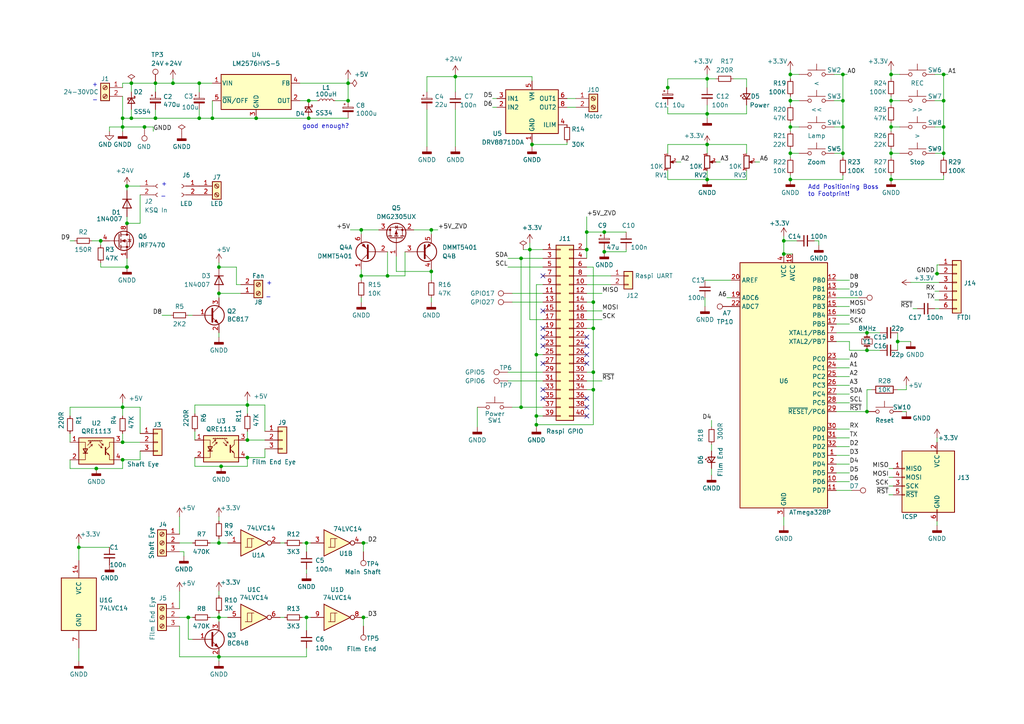
<source format=kicad_sch>
(kicad_sch (version 20230121) (generator eeschema)
  (paper "A4")
  (junction (at 273.685 21.59))
  (junction (at 229.235 29.21))
  (junction (at 100.965 24.13))
  (junction (at 205.105 33.02))
  (junction (at 104.775 66.675))
  (junction (at 258.445 21.59))
  (junction (at 45.085 34.29))
  (junction (at 125.095 78.74))
  (junction (at 35.56 36.83))
  (junction (at 172.085 95.25))
  (junction (at 132.08 22.225))
  (junction (at 35.56 34.29))
  (junction (at 244.475 36.83))
  (junction (at 35.56 118.11))
  (junction (at 258.445 44.45))
  (junction (at 71.755 127.635))
  (junction (at 61.595 34.29))
  (junction (at 155.575 123.19))
  (junction (at 63.5 157.48))
  (junction (at 22.86 158.75))
  (junction (at 54.61 179.07))
  (junction (at 104.775 80.01))
  (junction (at 64.135 135.255))
  (junction (at 258.445 36.83))
  (junction (at 251.46 119.38))
  (junction (at 273.685 44.45))
  (junction (at 100.965 29.21))
  (junction (at 271.78 79.375))
  (junction (at 251.46 96.52))
  (junction (at 41.91 36.83))
  (junction (at 71.755 117.475))
  (junction (at 170.18 72.39))
  (junction (at 38.1 24.13))
  (junction (at 175.26 73.025))
  (junction (at 227.33 73.66))
  (junction (at 35.56 128.27))
  (junction (at 193.675 25.4))
  (junction (at 155.575 120.65))
  (junction (at 229.235 21.59))
  (junction (at 125.095 66.675))
  (junction (at 155.575 102.87))
  (junction (at 63.5 179.07))
  (junction (at 50.165 24.13))
  (junction (at 89.535 29.21))
  (junction (at 170.18 67.31))
  (junction (at 63.5 77.47))
  (junction (at 244.475 21.59))
  (junction (at 258.445 29.21))
  (junction (at 172.085 107.95))
  (junction (at 112.395 80.01))
  (junction (at 57.785 24.13))
  (junction (at 273.685 29.21))
  (junction (at 36.83 77.47))
  (junction (at 229.235 44.45))
  (junction (at 88.9 179.07))
  (junction (at 175.26 67.31))
  (junction (at 273.685 36.83))
  (junction (at 205.105 22.86))
  (junction (at 172.085 87.63))
  (junction (at 151.13 118.11))
  (junction (at 172.085 113.03))
  (junction (at 35.56 133.35))
  (junction (at 105.41 179.07))
  (junction (at 36.83 64.77))
  (junction (at 229.235 52.07))
  (junction (at 63.5 190.5))
  (junction (at 63.5 85.09))
  (junction (at 229.235 36.83))
  (junction (at 258.445 52.07))
  (junction (at 88.9 157.48))
  (junction (at 153.67 72.39))
  (junction (at 27.94 135.89))
  (junction (at 74.295 34.29))
  (junction (at 227.33 69.85))
  (junction (at 244.475 44.45))
  (junction (at 205.105 41.91))
  (junction (at 57.785 34.29))
  (junction (at 29.21 69.85))
  (junction (at 36.83 53.975))
  (junction (at 205.105 52.07))
  (junction (at 151.13 74.93))
  (junction (at 71.755 132.715))
  (junction (at 251.46 101.6))
  (junction (at 89.535 34.29))
  (junction (at 154.305 41.91))
  (junction (at 105.41 157.48))
  (junction (at 244.475 29.21))
  (junction (at 260.35 99.06))
  (junction (at 45.085 24.13))
  (junction (at 38.1 34.29))
  (no_connect (at 157.48 97.79))
  (no_connect (at 157.48 100.33))
  (no_connect (at 170.18 102.87))
  (no_connect (at 157.48 113.03))
  (no_connect (at 170.18 97.79))
  (no_connect (at 157.48 95.25))
  (no_connect (at 157.48 80.01))
  (no_connect (at 170.18 115.57))
  (no_connect (at 170.18 105.41))
  (no_connect (at 157.48 115.57))
  (no_connect (at 170.18 118.11))
  (no_connect (at 157.48 90.17))
  (no_connect (at 170.18 120.65))
  (no_connect (at 170.18 100.33))
  (no_connect (at 157.48 105.41))
  (wire (pts (xy 154.305 41.91) (xy 164.465 41.91)))
  (wire (pts (xy 63.5 179.07) (xy 63.5 177.8)))
  (wire (pts (xy 206.375 121.92) (xy 206.375 123.825)))
  (wire (pts (xy 258.445 35.56) (xy 258.445 36.83)))
  (wire (pts (xy 251.46 113.03) (xy 252.73 113.03)))
  (wire (pts (xy 71.755 117.475) (xy 71.755 120.015)))
  (wire (pts (xy 271.145 44.45) (xy 273.685 44.45)))
  (wire (pts (xy 242.57 142.24) (xy 247.015 142.24)))
  (wire (pts (xy 147.32 77.47) (xy 157.48 77.47)))
  (wire (pts (xy 258.445 50.8) (xy 258.445 52.07)))
  (wire (pts (xy 170.18 90.17) (xy 174.625 90.17)))
  (wire (pts (xy 22.86 187.96) (xy 22.86 191.77)))
  (wire (pts (xy 172.085 107.95) (xy 172.085 113.03)))
  (wire (pts (xy 148.59 87.63) (xy 157.48 87.63)))
  (wire (pts (xy 53.34 160.02) (xy 53.34 161.29)))
  (wire (pts (xy 40.64 125.73) (xy 40.64 118.11)))
  (wire (pts (xy 205.105 22.86) (xy 205.105 25.4)))
  (wire (pts (xy 87.63 179.07) (xy 88.9 179.07)))
  (wire (pts (xy 172.085 123.19) (xy 155.575 123.19)))
  (wire (pts (xy 41.91 36.83) (xy 44.45 36.83)))
  (wire (pts (xy 87.63 157.48) (xy 88.9 157.48)))
  (wire (pts (xy 125.095 78.74) (xy 125.095 78.105)))
  (wire (pts (xy 148.59 85.09) (xy 157.48 85.09)))
  (wire (pts (xy 229.235 50.8) (xy 229.235 52.07)))
  (wire (pts (xy 242.57 137.16) (xy 246.38 137.16)))
  (wire (pts (xy 258.445 36.83) (xy 260.985 36.83)))
  (wire (pts (xy 81.28 179.07) (xy 82.55 179.07)))
  (wire (pts (xy 210.82 86.36) (xy 212.09 86.36)))
  (wire (pts (xy 193.675 25.4) (xy 193.675 22.86)))
  (wire (pts (xy 212.725 22.86) (xy 216.535 22.86)))
  (wire (pts (xy 227.33 68.58) (xy 227.33 69.85)))
  (wire (pts (xy 76.835 117.475) (xy 71.755 117.475)))
  (wire (pts (xy 60.96 179.07) (xy 63.5 179.07)))
  (wire (pts (xy 175.26 73.025) (xy 181.61 73.025)))
  (wire (pts (xy 216.535 49.53) (xy 216.535 52.07)))
  (wire (pts (xy 271.78 76.835) (xy 271.78 79.375)))
  (wire (pts (xy 271.78 79.375) (xy 272.415 79.375)))
  (wire (pts (xy 105.41 157.48) (xy 105.41 160.02)))
  (wire (pts (xy 251.46 96.52) (xy 255.27 96.52)))
  (wire (pts (xy 88.9 160.02) (xy 88.9 157.48)))
  (wire (pts (xy 38.1 24.13) (xy 45.085 24.13)))
  (wire (pts (xy 193.675 26.035) (xy 193.675 25.4)))
  (wire (pts (xy 227.33 149.86) (xy 227.33 152.4)))
  (wire (pts (xy 175.26 72.39) (xy 175.26 73.025)))
  (wire (pts (xy 207.645 46.99) (xy 208.915 46.99)))
  (wire (pts (xy 132.08 22.225) (xy 132.08 26.67)))
  (wire (pts (xy 40.64 130.81) (xy 40.64 133.35)))
  (wire (pts (xy 258.445 44.45) (xy 260.985 44.45)))
  (wire (pts (xy 260.35 99.06) (xy 260.35 101.6)))
  (wire (pts (xy 56.515 120.015) (xy 56.515 117.475)))
  (wire (pts (xy 216.535 33.02) (xy 205.105 33.02)))
  (wire (pts (xy 273.685 21.59) (xy 273.685 29.21)))
  (wire (pts (xy 193.675 41.91) (xy 193.675 44.45)))
  (wire (pts (xy 76.835 132.715) (xy 71.755 132.715)))
  (wire (pts (xy 264.795 89.535) (xy 266.065 89.535)))
  (wire (pts (xy 219.075 46.99) (xy 220.345 46.99)))
  (wire (pts (xy 273.685 29.21) (xy 273.685 36.83)))
  (wire (pts (xy 164.465 28.575) (xy 167.005 28.575)))
  (wire (pts (xy 22.86 162.56) (xy 22.86 158.75)))
  (wire (pts (xy 71.755 125.095) (xy 71.755 127.635)))
  (wire (pts (xy 63.5 190.5) (xy 88.9 190.5)))
  (wire (pts (xy 63.5 190.5) (xy 63.5 191.77)))
  (wire (pts (xy 36.83 62.865) (xy 36.83 64.77)))
  (wire (pts (xy 205.105 41.91) (xy 205.105 44.45)))
  (wire (pts (xy 272.415 76.835) (xy 271.78 76.835)))
  (wire (pts (xy 104.775 78.105) (xy 104.775 80.01)))
  (wire (pts (xy 260.35 99.06) (xy 264.16 99.06)))
  (wire (pts (xy 57.785 31.75) (xy 57.785 34.29)))
  (wire (pts (xy 204.47 81.28) (xy 212.09 81.28)))
  (wire (pts (xy 155.575 82.55) (xy 155.575 102.87)))
  (wire (pts (xy 132.08 21.59) (xy 132.08 22.225)))
  (wire (pts (xy 242.57 109.22) (xy 246.38 109.22)))
  (wire (pts (xy 20.32 128.27) (xy 20.32 125.73)))
  (wire (pts (xy 29.21 77.47) (xy 29.21 76.2)))
  (wire (pts (xy 35.56 36.83) (xy 35.56 38.1)))
  (wire (pts (xy 172.085 77.47) (xy 172.085 87.63)))
  (wire (pts (xy 35.56 24.13) (xy 38.1 24.13)))
  (wire (pts (xy 88.9 157.48) (xy 90.17 157.48)))
  (wire (pts (xy 132.08 22.225) (xy 154.305 22.225)))
  (wire (pts (xy 242.57 119.38) (xy 251.46 119.38)))
  (wire (pts (xy 227.33 69.85) (xy 231.14 69.85)))
  (wire (pts (xy 229.235 29.21) (xy 229.235 30.48)))
  (wire (pts (xy 104.775 80.01) (xy 112.395 80.01)))
  (wire (pts (xy 27.94 135.89) (xy 35.56 135.89)))
  (wire (pts (xy 271.145 84.455) (xy 272.415 84.455)))
  (wire (pts (xy 242.57 129.54) (xy 246.38 129.54)))
  (wire (pts (xy 242.57 139.7) (xy 246.38 139.7)))
  (wire (pts (xy 261.62 119.38) (xy 262.89 119.38)))
  (wire (pts (xy 216.535 41.91) (xy 216.535 44.45)))
  (wire (pts (xy 271.145 86.995) (xy 272.415 86.995)))
  (wire (pts (xy 63.5 171.45) (xy 63.5 172.72)))
  (wire (pts (xy 170.18 87.63) (xy 172.085 87.63)))
  (wire (pts (xy 229.235 44.45) (xy 231.775 44.45)))
  (wire (pts (xy 132.08 22.225) (xy 123.825 22.225)))
  (wire (pts (xy 170.18 110.49) (xy 174.625 110.49)))
  (wire (pts (xy 205.105 52.07) (xy 216.535 52.07)))
  (wire (pts (xy 170.18 95.25) (xy 172.085 95.25)))
  (wire (pts (xy 154.305 42.545) (xy 154.305 41.91)))
  (wire (pts (xy 52.07 149.86) (xy 52.07 154.94)))
  (wire (pts (xy 35.56 36.83) (xy 31.75 36.83)))
  (wire (pts (xy 246.38 99.06) (xy 246.38 101.6)))
  (wire (pts (xy 147.32 110.49) (xy 157.48 110.49)))
  (wire (pts (xy 40.64 118.11) (xy 35.56 118.11)))
  (wire (pts (xy 273.685 44.45) (xy 273.685 45.72)))
  (wire (pts (xy 273.685 50.8) (xy 273.685 52.07)))
  (wire (pts (xy 35.56 128.27) (xy 40.64 128.27)))
  (wire (pts (xy 76.835 130.175) (xy 76.835 132.715)))
  (wire (pts (xy 61.595 34.29) (xy 61.595 29.21)))
  (wire (pts (xy 151.13 74.93) (xy 157.48 74.93)))
  (wire (pts (xy 205.105 21.59) (xy 205.105 22.86)))
  (wire (pts (xy 117.475 73.025) (xy 117.475 80.01)))
  (wire (pts (xy 63.5 149.86) (xy 63.5 151.13)))
  (wire (pts (xy 258.445 21.59) (xy 260.985 21.59)))
  (wire (pts (xy 35.56 135.89) (xy 35.56 133.35)))
  (wire (pts (xy 229.235 35.56) (xy 229.235 36.83)))
  (wire (pts (xy 56.515 117.475) (xy 71.755 117.475)))
  (wire (pts (xy 271.145 29.21) (xy 273.685 29.21)))
  (wire (pts (xy 52.07 179.07) (xy 54.61 179.07)))
  (wire (pts (xy 170.18 62.865) (xy 170.18 67.31)))
  (wire (pts (xy 88.9 182.88) (xy 88.9 179.07)))
  (wire (pts (xy 229.235 43.18) (xy 229.235 44.45)))
  (wire (pts (xy 114.935 78.74) (xy 125.095 78.74)))
  (wire (pts (xy 69.85 82.55) (xy 68.58 82.55)))
  (wire (pts (xy 242.57 124.46) (xy 246.38 124.46)))
  (wire (pts (xy 271.78 151.13) (xy 271.78 152.4)))
  (wire (pts (xy 123.825 42.545) (xy 123.825 31.75)))
  (wire (pts (xy 112.395 73.025) (xy 112.395 80.01)))
  (wire (pts (xy 38.1 24.13) (xy 38.1 26.67)))
  (wire (pts (xy 40.64 133.35) (xy 35.56 133.35)))
  (wire (pts (xy 35.56 24.13) (xy 35.56 25.4)))
  (wire (pts (xy 155.575 120.65) (xy 157.48 120.65)))
  (wire (pts (xy 242.57 114.3) (xy 246.38 114.3)))
  (wire (pts (xy 88.9 165.1) (xy 88.9 166.37)))
  (wire (pts (xy 81.28 157.48) (xy 82.55 157.48)))
  (wire (pts (xy 41.91 36.83) (xy 35.56 36.83)))
  (wire (pts (xy 206.375 128.905) (xy 206.375 130.81)))
  (wire (pts (xy 45.085 26.67) (xy 45.085 24.13)))
  (wire (pts (xy 22.86 158.75) (xy 31.75 158.75)))
  (wire (pts (xy 50.165 22.86) (xy 50.165 24.13)))
  (wire (pts (xy 89.535 34.29) (xy 100.965 34.29)))
  (wire (pts (xy 216.535 30.48) (xy 216.535 33.02)))
  (wire (pts (xy 241.935 36.83) (xy 244.475 36.83)))
  (wire (pts (xy 52.07 181.61) (xy 52.07 190.5)))
  (wire (pts (xy 181.61 73.025) (xy 181.61 72.39)))
  (wire (pts (xy 242.57 99.06) (xy 246.38 99.06)))
  (wire (pts (xy 114.935 74.295) (xy 114.935 78.74)))
  (wire (pts (xy 242.57 111.76) (xy 246.38 111.76)))
  (wire (pts (xy 258.445 27.94) (xy 258.445 29.21)))
  (wire (pts (xy 170.18 72.39) (xy 170.18 74.93)))
  (wire (pts (xy 258.445 43.18) (xy 258.445 44.45)))
  (wire (pts (xy 246.38 101.6) (xy 251.46 101.6)))
  (wire (pts (xy 100.965 22.86) (xy 100.965 24.13)))
  (wire (pts (xy 147.32 107.95) (xy 157.48 107.95)))
  (wire (pts (xy 205.105 41.91) (xy 216.535 41.91)))
  (wire (pts (xy 257.81 143.51) (xy 259.08 143.51)))
  (wire (pts (xy 244.475 21.59) (xy 244.475 29.21)))
  (wire (pts (xy 61.595 34.29) (xy 74.295 34.29)))
  (wire (pts (xy 271.78 127) (xy 271.78 128.27)))
  (wire (pts (xy 45.085 24.13) (xy 50.165 24.13)))
  (wire (pts (xy 64.135 135.255) (xy 71.755 135.255)))
  (wire (pts (xy 153.67 70.485) (xy 153.67 72.39)))
  (wire (pts (xy 45.085 34.29) (xy 57.785 34.29)))
  (wire (pts (xy 229.235 21.59) (xy 229.235 22.86)))
  (wire (pts (xy 205.105 22.86) (xy 207.645 22.86)))
  (wire (pts (xy 112.395 80.01) (xy 117.475 80.01)))
  (wire (pts (xy 260.35 113.03) (xy 262.89 113.03)))
  (wire (pts (xy 170.18 92.71) (xy 174.625 92.71)))
  (wire (pts (xy 125.095 86.36) (xy 125.095 87.63)))
  (wire (pts (xy 242.57 88.9) (xy 246.38 88.9)))
  (wire (pts (xy 138.43 118.11) (xy 138.43 123.825)))
  (wire (pts (xy 170.18 67.31) (xy 175.26 67.31)))
  (wire (pts (xy 193.675 31.115) (xy 193.675 33.02)))
  (wire (pts (xy 36.83 53.975) (xy 40.64 53.975)))
  (wire (pts (xy 155.575 123.19) (xy 155.575 120.65)))
  (wire (pts (xy 244.475 29.21) (xy 244.475 36.83)))
  (wire (pts (xy 193.675 49.53) (xy 193.675 52.07)))
  (wire (pts (xy 57.785 24.13) (xy 61.595 24.13)))
  (wire (pts (xy 273.685 36.83) (xy 273.685 44.45)))
  (wire (pts (xy 258.445 52.07) (xy 273.685 52.07)))
  (wire (pts (xy 125.095 66.675) (xy 127 66.675)))
  (wire (pts (xy 205.105 33.02) (xy 193.675 33.02)))
  (wire (pts (xy 193.675 22.86) (xy 205.105 22.86)))
  (wire (pts (xy 151.13 74.93) (xy 151.13 118.11)))
  (wire (pts (xy 244.475 44.45) (xy 244.475 45.72)))
  (wire (pts (xy 205.105 30.48) (xy 205.105 33.02)))
  (wire (pts (xy 63.5 157.48) (xy 66.04 157.48)))
  (wire (pts (xy 258.445 44.45) (xy 258.445 45.72)))
  (wire (pts (xy 63.5 180.34) (xy 63.5 179.07)))
  (wire (pts (xy 36.83 74.93) (xy 36.83 77.47)))
  (wire (pts (xy 271.145 79.375) (xy 271.78 79.375)))
  (wire (pts (xy 20.32 120.65) (xy 20.32 118.11)))
  (wire (pts (xy 29.21 77.47) (xy 36.83 77.47)))
  (wire (pts (xy 237.49 69.85) (xy 237.49 71.12)))
  (wire (pts (xy 258.445 29.21) (xy 260.985 29.21)))
  (wire (pts (xy 229.235 36.83) (xy 231.775 36.83)))
  (wire (pts (xy 242.57 91.44) (xy 246.38 91.44)))
  (wire (pts (xy 88.9 187.96) (xy 88.9 190.5)))
  (wire (pts (xy 242.57 132.08) (xy 246.38 132.08)))
  (wire (pts (xy 241.935 29.21) (xy 244.475 29.21)))
  (wire (pts (xy 242.57 127) (xy 246.38 127)))
  (wire (pts (xy 170.18 80.01) (xy 177.165 80.01)))
  (wire (pts (xy 251.46 119.38) (xy 251.46 113.03)))
  (wire (pts (xy 68.58 82.55) (xy 68.58 77.47)))
  (wire (pts (xy 196.215 46.99) (xy 197.485 46.99)))
  (wire (pts (xy 20.32 118.11) (xy 35.56 118.11)))
  (wire (pts (xy 120.015 66.675) (xy 125.095 66.675)))
  (wire (pts (xy 20.32 135.89) (xy 27.94 135.89)))
  (wire (pts (xy 157.48 82.55) (xy 155.575 82.55)))
  (wire (pts (xy 242.57 134.62) (xy 246.38 134.62)))
  (wire (pts (xy 204.47 86.36) (xy 204.47 88.9)))
  (wire (pts (xy 40.64 56.515) (xy 40.64 64.77)))
  (wire (pts (xy 74.295 34.29) (xy 89.535 34.29)))
  (wire (pts (xy 260.35 96.52) (xy 260.35 99.06)))
  (wire (pts (xy 89.535 29.21) (xy 92.075 29.21)))
  (wire (pts (xy 242.57 116.84) (xy 246.38 116.84)))
  (wire (pts (xy 63.5 76.2) (xy 63.5 77.47)))
  (wire (pts (xy 164.465 41.91) (xy 164.465 41.275)))
  (wire (pts (xy 123.825 22.225) (xy 123.825 26.67)))
  (wire (pts (xy 104.775 86.36) (xy 104.775 87.63)))
  (wire (pts (xy 164.465 31.115) (xy 167.005 31.115)))
  (wire (pts (xy 52.07 160.02) (xy 53.34 160.02)))
  (wire (pts (xy 154.305 23.495) (xy 154.305 22.225)))
  (wire (pts (xy 264.16 81.915) (xy 272.415 81.915)))
  (wire (pts (xy 154.305 41.91) (xy 154.305 41.275)))
  (wire (pts (xy 142.875 31.115) (xy 144.145 31.115)))
  (wire (pts (xy 105.41 157.48) (xy 106.68 157.48)))
  (wire (pts (xy 170.18 72.39) (xy 170.18 67.31)))
  (wire (pts (xy 60.96 157.48) (xy 63.5 157.48)))
  (wire (pts (xy 153.67 92.71) (xy 153.67 72.39)))
  (wire (pts (xy 205.105 33.02) (xy 205.105 34.29)))
  (wire (pts (xy 71.755 127.635) (xy 76.835 127.635)))
  (wire (pts (xy 153.67 72.39) (xy 157.48 72.39)))
  (wire (pts (xy 151.13 118.11) (xy 157.48 118.11)))
  (wire (pts (xy 262.89 111.76) (xy 262.89 113.03)))
  (wire (pts (xy 172.085 113.03) (xy 172.085 123.19)))
  (wire (pts (xy 172.085 87.63) (xy 172.085 95.25)))
  (wire (pts (xy 142.875 28.575) (xy 144.145 28.575)))
  (wire (pts (xy 52.07 190.5) (xy 63.5 190.5)))
  (wire (pts (xy 193.675 41.91) (xy 205.105 41.91)))
  (wire (pts (xy 125.095 66.675) (xy 125.095 67.945)))
  (wire (pts (xy 63.5 85.09) (xy 69.85 85.09)))
  (wire (pts (xy 35.56 34.29) (xy 38.1 34.29)))
  (wire (pts (xy 271.145 21.59) (xy 273.685 21.59)))
  (wire (pts (xy 258.445 29.21) (xy 258.445 30.48)))
  (wire (pts (xy 229.235 21.59) (xy 231.775 21.59)))
  (wire (pts (xy 97.155 29.21) (xy 100.965 29.21)))
  (wire (pts (xy 258.445 20.32) (xy 258.445 21.59)))
  (wire (pts (xy 109.855 66.675) (xy 104.775 66.675)))
  (wire (pts (xy 55.88 179.07) (xy 54.61 179.07)))
  (wire (pts (xy 229.235 20.32) (xy 229.235 21.59)))
  (wire (pts (xy 244.475 36.83) (xy 244.475 44.45)))
  (wire (pts (xy 257.81 138.43) (xy 259.08 138.43)))
  (wire (pts (xy 242.57 83.82) (xy 246.38 83.82)))
  (wire (pts (xy 241.935 21.59) (xy 244.475 21.59)))
  (wire (pts (xy 63.5 157.48) (xy 63.5 156.21)))
  (wire (pts (xy 258.445 21.59) (xy 258.445 22.86)))
  (wire (pts (xy 56.515 132.715) (xy 56.515 135.255)))
  (wire (pts (xy 22.86 158.75) (xy 22.86 157.48)))
  (wire (pts (xy 71.755 135.255) (xy 71.755 132.715)))
  (wire (pts (xy 132.08 42.545) (xy 132.08 31.75)))
  (wire (pts (xy 56.515 127.635) (xy 56.515 125.095)))
  (wire (pts (xy 86.995 29.21) (xy 89.535 29.21)))
  (wire (pts (xy 100.965 24.13) (xy 100.965 29.21)))
  (wire (pts (xy 155.575 102.87) (xy 155.575 120.65)))
  (wire (pts (xy 258.445 36.83) (xy 258.445 38.1)))
  (wire (pts (xy 46.99 91.44) (xy 49.53 91.44)))
  (wire (pts (xy 44.45 36.83) (xy 44.45 38.1)))
  (wire (pts (xy 54.61 179.07) (xy 54.61 185.42)))
  (wire (pts (xy 151.765 72.39) (xy 153.67 72.39)))
  (wire (pts (xy 56.515 135.255) (xy 64.135 135.255)))
  (wire (pts (xy 271.145 89.535) (xy 272.415 89.535)))
  (wire (pts (xy 71.755 116.205) (xy 71.755 117.475)))
  (wire (pts (xy 257.81 135.89) (xy 259.08 135.89)))
  (wire (pts (xy 26.67 69.85) (xy 29.21 69.85)))
  (wire (pts (xy 63.5 96.52) (xy 63.5 97.79)))
  (wire (pts (xy 241.935 44.45) (xy 244.475 44.45)))
  (wire (pts (xy 251.46 101.6) (xy 255.27 101.6)))
  (wire (pts (xy 88.9 179.07) (xy 90.17 179.07)))
  (wire (pts (xy 273.685 21.59) (xy 274.955 21.59)))
  (wire (pts (xy 193.675 52.07) (xy 205.105 52.07)))
  (wire (pts (xy 242.57 106.68) (xy 246.38 106.68)))
  (wire (pts (xy 175.26 67.31) (xy 181.61 67.31)))
  (wire (pts (xy 244.475 21.59) (xy 245.745 21.59)))
  (wire (pts (xy 242.57 81.28) (xy 246.38 81.28)))
  (wire (pts (xy 157.48 92.71) (xy 153.67 92.71)))
  (wire (pts (xy 38.1 34.29) (xy 45.085 34.29)))
  (wire (pts (xy 31.75 36.83) (xy 31.75 38.1)))
  (wire (pts (xy 86.995 24.13) (xy 100.965 24.13)))
  (wire (pts (xy 155.575 123.19) (xy 155.575 123.825)))
  (wire (pts (xy 52.07 157.48) (xy 55.88 157.48)))
  (wire (pts (xy 105.41 179.07) (xy 105.41 181.61)))
  (wire (pts (xy 271.145 36.83) (xy 273.685 36.83)))
  (wire (pts (xy 147.32 74.93) (xy 151.13 74.93)))
  (wire (pts (xy 35.56 118.11) (xy 35.56 120.65)))
  (wire (pts (xy 148.59 118.11) (xy 151.13 118.11)))
  (wire (pts (xy 206.375 135.89) (xy 206.375 137.795)))
  (wire (pts (xy 20.32 69.85) (xy 21.59 69.85)))
  (wire (pts (xy 170.18 113.03) (xy 172.085 113.03)))
  (wire (pts (xy 57.785 34.29) (xy 61.595 34.29)))
  (wire (pts (xy 52.07 171.45) (xy 52.07 176.53)))
  (wire (pts (xy 229.235 44.45) (xy 229.235 45.72)))
  (wire (pts (xy 35.56 36.83) (xy 35.56 34.29)))
  (wire (pts (xy 170.18 77.47) (xy 172.085 77.47)))
  (wire (pts (xy 170.18 107.95) (xy 172.085 107.95)))
  (wire (pts (xy 63.5 179.07) (xy 66.04 179.07)))
  (wire (pts (xy 101.6 66.675) (xy 104.775 66.675)))
  (wire (pts (xy 229.235 29.21) (xy 231.775 29.21)))
  (wire (pts (xy 227.33 69.85) (xy 227.33 73.66)))
  (wire (pts (xy 125.095 78.74) (xy 125.095 81.28)))
  (wire (pts (xy 54.61 91.44) (xy 55.88 91.44)))
  (wire (pts (xy 40.64 64.77) (xy 36.83 64.77)))
  (wire (pts (xy 172.085 95.25) (xy 172.085 107.95)))
  (wire (pts (xy 242.57 93.98) (xy 246.38 93.98)))
  (wire (pts (xy 244.475 50.8) (xy 244.475 52.07)))
  (wire (pts (xy 216.535 22.86) (xy 216.535 25.4)))
  (wire (pts (xy 229.235 52.07) (xy 244.475 52.07)))
  (wire (pts (xy 242.57 96.52) (xy 251.46 96.52)))
  (wire (pts (xy 236.22 69.85) (xy 237.49 69.85)))
  (wire (pts (xy 105.41 179.07) (xy 106.68 179.07)))
  (wire (pts (xy 57.785 24.13) (xy 57.785 26.67)))
  (wire (pts (xy 229.235 27.94) (xy 229.235 29.21)))
  (wire (pts (xy 205.105 52.07) (xy 205.105 49.53)))
  (wire (pts (xy 35.56 27.94) (xy 35.56 34.29)))
  (wire (pts (xy 35.56 116.84) (xy 35.56 118.11)))
  (wire (pts (xy 76.835 125.095) (xy 76.835 117.475)))
  (wire (pts (xy 20.32 133.35) (xy 20.32 135.89)))
  (wire (pts (xy 68.58 77.47) (xy 63.5 77.47)))
  (wire (pts (xy 227.33 73.66) (xy 229.87 73.66)))
  (wire (pts (xy 248.92 86.36) (xy 242.57 86.36)))
  (wire (pts (xy 38.1 31.75) (xy 38.1 34.29)))
  (wire (pts (xy 242.57 104.14) (xy 246.38 104.14)))
  (wire (pts (xy 54.61 185.42) (xy 55.88 185.42)))
  (wire (pts (xy 229.235 36.83) (xy 229.235 38.1)))
  (wire (pts (xy 36.83 53.975) (xy 36.83 55.245)))
  (wire (pts (xy 104.775 66.675) (xy 104.775 67.945)))
  (wire (pts (xy 104.775 80.01) (xy 104.775 81.28)))
  (wire (pts (xy 170.18 85.09) (xy 174.625 85.09)))
  (wire (pts (xy 50.165 24.13) (xy 57.785 24.13)))
  (wire (pts (xy 63.5 85.09) (xy 63.5 86.36)))
  (wire (pts (xy 170.18 82.55) (xy 177.165 82.55)))
  (wire (pts (xy 29.21 69.85) (xy 29.21 71.12)))
  (wire (pts (xy 257.81 140.97) (xy 259.08 140.97)))
  (wire (pts (xy 155.575 102.87) (xy 157.48 102.87)))
  (wire (pts (xy 35.56 125.73) (xy 35.56 128.27)))
  (wire (pts (xy 45.085 31.75) (xy 45.085 34.29)))
  (text "+" (at 48.26 52.705 90) (effects (font (size 1.27 1.27)) (justify right bottom)))
  (text "-" (at 78.74 86.995 0) (effects (font (size 1.27 1.27)) (justify right bottom)))
  (text "-" (at 48.26 57.785 0) (effects (font (size 1.27 1.27)) (justify right bottom)))
  (text "+" (at 78.74 83.185 90) (effects (font (size 1.27 1.27)) (justify left bottom)))
  (text "-" (at 26.67 29.845 0) (effects (font (size 1.27 1.27)) (justify left bottom)))
  (text "+" (at 26.67 25.4 0) (effects (font (size 1.27 1.27)) (justify left bottom)))
  (text "good enough?" (at 87.63 37.465 0) (effects (font (size 1.27 1.27)) (justify left bottom)))
  (text "Add Positioning Boss\nto Footprint!" (at 234.315 57.15 0) (effects (font (size 1.27 1.27)) (justify left bottom)))
  (label "D4" (at 206.375 121.92 180))
  (label "GNDD" (at 44.45 38.1 0))
  (label "D3" (at 106.68 179.07 0))
  (label "GNDD" (at 271.145 79.375 180))
  (label "TX" (at 271.145 86.995 180))
  (label "SDA" (at 246.38 114.3 0))
  (label "A3" (at 208.915 46.99 0))
  (label "RX" (at 246.38 124.46 0))
  (label "A1" (at 246.38 106.68 0))
  (label "A0" (at 246.38 104.14 0))
  (label "MISO" (at 174.625 85.09 0))
  (label "D6" (at 246.38 139.7 0))
  (label "D5" (at 246.38 137.16 0))
  (label "MOSI" (at 246.38 88.9 0))
  (label "SCK" (at 174.625 92.71 0))
  (label "MOSI" (at 257.81 138.43 180))
  (label "TX" (at 246.38 127 0))
  (label "+5V_ZVD" (at 127 66.675 0))
  (label "A2" (at 246.38 109.22 0))
  (label "SCL" (at 246.38 116.84 0))
  (label "MISO" (at 257.81 135.89 180))
  (label "A6" (at 220.345 46.99 0))
  (label "A1" (at 274.955 21.59 0))
  (label "D2" (at 106.68 157.48 0))
  (label "A2" (at 197.485 46.99 0))
  (label "+5V" (at 101.6 66.675 180))
  (label "D8" (at 246.38 81.28 0))
  (label "~{RST}" (at 264.795 89.535 180))
  (label "SCK" (at 257.81 140.97 180))
  (label "D5" (at 142.875 28.575 180))
  (label "SCL" (at 147.32 77.47 180))
  (label "~{RST}" (at 246.38 119.38 0))
  (label "D9" (at 20.32 69.85 180))
  (label "D2" (at 246.38 129.54 0))
  (label "A3" (at 246.38 111.76 0))
  (label "A6" (at 210.82 86.36 180))
  (label "~{RST}" (at 174.625 110.49 0))
  (label "SDA" (at 147.32 74.93 180))
  (label "RX" (at 271.145 84.455 180))
  (label "D9" (at 246.38 83.82 0))
  (label "SCK" (at 246.38 93.98 0))
  (label "+5V_ZVD" (at 170.18 62.865 0))
  (label "D3" (at 246.38 132.08 0))
  (label "D8" (at 46.99 91.44 180))
  (label "D4" (at 246.38 134.62 0))
  (label "D6" (at 142.875 31.115 180))
  (label "~{RST}" (at 257.81 143.51 180))
  (label "MISO" (at 246.38 91.44 0))
  (label "MOSI" (at 174.625 90.17 0))
  (label "A0" (at 245.745 21.59 0))
  (symbol (lib_id "MCU_Microchip_ATmega:ATmega328P-A") (at 227.33 111.76 0) (unit 1)
    (property "Reference" "U6" (at 227.33 110.49 0))
    (property "Value" "ATmega328P" (at 234.95 148.59 0))
    (property "Footprint" "Package_QFP:TQFP-32_7x7mm_P0.8mm" (effects hide))
    (property "Datasheet" "http://ww1.microchip.com/downloads/en/DeviceDoc/ATmega328_P%20AVR%20MCU%20with%20picoPower%20Technology%20Data%20Sheet%2040001984A.pdf" (effects hide))
    (property "LCSC" "C14877" (effects hide))
  )
  (symbol (lib_id "Device:C_Small") (at 257.81 96.52 270) (unit 1)
    (property "Reference" "C15" (at 255.27 97.79 90))
    (property "Value" "22p" (at 260.35 95.25 90))
    (property "Footprint" "Capacitor_SMD:C_0805_2012Metric" (effects hide))
    (property "Datasheet" "https://datasheet.lcsc.com/lcsc/2304140030_Samsung-Electro-Mechanics-CL21C220JBANNNC_C1804.pdf" (effects hide))
    (property "LCSC" "C1804" (effects hide))
  )
  (symbol (lib_id "Device:C_Small") (at 257.81 101.6 90) (mirror x) (unit 1)
    (property "Reference" "C16" (at 255.27 100.33 90))
    (property "Value" "22p" (at 260.35 102.87 90))
    (property "Footprint" "Capacitor_SMD:C_0805_2012Metric" (effects hide))
    (property "Datasheet" "https://datasheet.lcsc.com/lcsc/2304140030_Samsung-Electro-Mechanics-CL21C220JBANNNC_C1804.pdf" (effects hide))
    (property "LCSC" "C1804" (effects hide))
  )
  (symbol (lib_id "Device:C_Small") (at 204.47 83.82 0) (unit 1)
    (property "Reference" "C13" (at 204.47 81.28 0) (effects (justify right)))
    (property "Value" "100n" (at 204.47 86.36 0) (effects (justify right)))
    (property "Footprint" "Capacitor_SMD:C_0805_2012Metric" (effects hide))
    (property "Datasheet" "https://datasheet.lcsc.com/lcsc/2304140030_Samsung-Electro-Mechanics-CL21B104KCFNNNE_C28233.pdf" (effects hide))
    (property "LCSC" "C28233" (effects hide))
  )
  (symbol (lib_id "Device:Crystal_Small") (at 251.46 99.06 270) (unit 1)
    (property "Reference" "Y1" (at 250.19 99.06 90) (effects (justify left)))
    (property "Value" "8MHz" (at 248.92 95.25 90) (effects (justify left)))
    (property "Footprint" "Crystal:Crystal_SMD_5032-2Pin_5.0x3.2mm" (effects hide))
    (property "Datasheet" "https://datasheet.lcsc.com/lcsc/2302201101_YXC-X50328MSB2GI_C115962.pdf" (effects hide))
    (property "LCSC" "C115962" (effects hide))
  )
  (symbol (lib_id "power:GNDD") (at 264.16 99.06 0) (unit 1)
    (property "Reference" "#PWR049" (effects hide))
    (property "Value" "GNDD" (at 265.43 102.87 0))
  )
  (symbol (lib_id "power:GNDD") (at 227.33 152.4 0) (unit 1)
    (property "Reference" "#PWR042" (effects hide))
    (property "Value" "GNDD" (at 227.33 156.21 0))
  )
  (symbol (lib_id "power:+5V") (at 262.89 111.76 0) (unit 1)
    (property "Reference" "#PWR046" (effects hide))
    (property "Value" "+5V" (at 265.43 111.76 0))
  )
  (symbol (lib_id "Device:R") (at 256.54 113.03 270) (unit 1)
    (property "Reference" "R28" (at 256.54 110.49 90))
    (property "Value" "10K" (at 256.54 113.03 90))
    (property "Footprint" "Resistor_SMD:R_0805_2012Metric" (effects hide))
    (property "LCSC" "C17414" (effects hide))
  )
  (symbol (lib_id "power:GNDD") (at 35.56 38.1 0) (unit 1)
    (property "Reference" "#PWR06" (effects hide))
    (property "Value" "GNDD" (at 35.56 41.91 0))
  )
  (symbol (lib_id "Device:C_Polarized_Small") (at 45.085 29.21 0) (unit 1)
    (property "Reference" "C2" (at 47.3202 28.0416 0) (effects (justify left)))
    (property "Value" "470u" (at 47.3202 30.353 0) (effects (justify left)))
    (property "Footprint" "Capacitor_SMD:CP_Elec_18x17.5" (effects hide))
    (property "LCSC" " C249936" (effects hide))
  )
  (symbol (lib_id "Connector_Generic:Conn_01x06") (at 277.495 81.915 0) (unit 1)
    (property "Reference" "J14" (at 279.527 82.1182 0) (effects (justify left)))
    (property "Value" "FTDI" (at 277.495 92.075 0) (effects (justify left)))
    (property "Footprint" "Connector_PinHeader_2.54mm:PinHeader_1x06_P2.54mm_Horizontal" (effects hide))
  )
  (symbol (lib_id "power:GND") (at 31.75 38.1 0) (unit 1)
    (property "Reference" "#PWR04" (effects hide))
    (property "Value" "GND" (at 30.48 41.91 0))
  )
  (symbol (lib_name "QRE1113_1") (lib_id "Sensor_Proximity:QRE1113") (at 27.94 130.81 0) (unit 1)
    (property "Reference" "U2" (at 27.94 122.7582 0))
    (property "Value" "QRE1113" (at 27.94 125.0696 0))
    (property "Footprint" "Peacemans_Footprints:QRE1113GR-slim" (effects hide))
    (property "Datasheet" "http://www.onsemi.com/pub/Collateral/QRE1113-D.PDF" (effects hide))
  )
  (symbol (lib_id "Device:R_Small") (at 20.32 123.19 0) (unit 1)
    (property "Reference" "R1" (at 22.86 123.19 90) (effects (justify left)))
    (property "Value" "220R" (at 17.78 124.46 90) (effects (justify left)))
    (property "Footprint" "Resistor_SMD:R_0805_2012Metric" (effects hide))
    (property "LCSC" "C17557" (effects hide))
  )
  (symbol (lib_id "Device:R_Small") (at 35.56 123.19 0) (unit 1)
    (property "Reference" "R4" (at 33.02 123.19 90) (effects (justify left)))
    (property "Value" "47K" (at 38.1 124.46 90) (effects (justify left)))
    (property "Footprint" "Resistor_SMD:R_0805_2012Metric" (effects hide))
    (property "LCSC" "C17713" (effects hide))
  )
  (symbol (lib_id "power:GNDD") (at 27.94 135.89 0) (unit 1)
    (property "Reference" "#PWR03" (effects hide))
    (property "Value" "GNDD" (at 27.94 139.7 0))
  )
  (symbol (lib_id "power:+5V") (at 35.56 116.84 0) (unit 1)
    (property "Reference" "#PWR07" (effects hide))
    (property "Value" "+5V" (at 39.37 115.57 0))
  )
  (symbol (lib_id "Device:C_Small") (at 268.605 89.535 270) (unit 1)
    (property "Reference" "C17" (at 267.335 92.075 90) (effects (justify right)))
    (property "Value" "100n" (at 273.685 92.075 90) (effects (justify right)))
    (property "Footprint" "Capacitor_SMD:C_0805_2012Metric" (effects hide))
    (property "Datasheet" "https://datasheet.lcsc.com/lcsc/2304140030_Samsung-Electro-Mechanics-CL21B104KCFNNNE_C28233.pdf" (effects hide))
    (property "LCSC" "C28233" (effects hide))
  )
  (symbol (lib_id "Connector:TestPoint") (at 45.085 24.13 0) (unit 1)
    (property "Reference" "TP3" (at 43.815 15.875 0) (effects (justify left)))
    (property "Value" "24V" (at 43.815 18.415 0) (effects (justify left)))
    (property "Footprint" "TestPoint:TestPoint_THTPad_D2.0mm_Drill1.0mm" (effects hide))
  )
  (symbol (lib_id "Connector:Screw_Terminal_01x02") (at 30.48 25.4 0) (mirror y) (unit 1)
    (property "Reference" "J1" (at 30.48 22.86 0))
    (property "Value" "24-30VDC" (at 23.495 26.67 0))
    (property "Footprint" "TerminalBlock_Phoenix:TerminalBlock_Phoenix_MKDS-1,5-2-5.08_1x02_P5.08mm_Horizontal" (effects hide))
  )
  (symbol (lib_id "Connector:AVR-ISP-6") (at 269.24 140.97 0) (mirror y) (unit 1)
    (property "Reference" "J13" (at 277.622 138.5316 0) (effects (justify right)))
    (property "Value" "ICSP" (at 261.62 149.86 0) (effects (justify right)))
    (property "Footprint" "Connector_PinHeader_2.54mm:PinHeader_2x03_P2.54mm_Vertical" (effects hide))
    (property "Datasheet" " ~" (effects hide))
  )
  (symbol (lib_id "power:GNDD") (at 271.78 152.4 0) (unit 1)
    (property "Reference" "#PWR051" (effects hide))
    (property "Value" "GNDD" (at 271.78 156.21 0))
  )
  (symbol (lib_id "Device:C_Small") (at 233.68 69.85 90) (unit 1)
    (property "Reference" "C14" (at 232.41 68.58 90) (effects (justify left)))
    (property "Value" "100n" (at 240.03 68.58 90) (effects (justify left)))
    (property "Footprint" "Capacitor_SMD:C_0805_2012Metric" (effects hide))
    (property "Datasheet" "https://datasheet.lcsc.com/lcsc/2304140030_Samsung-Electro-Mechanics-CL21B104KCFNNNE_C28233.pdf" (effects hide))
    (property "LCSC" "C28233" (effects hide))
  )
  (symbol (lib_id "Device:C_Small") (at 31.75 161.29 0) (unit 1)
    (property "Reference" "C1" (at 31.75 158.75 0) (effects (justify left)))
    (property "Value" "100n" (at 31.75 163.83 0) (effects (justify left)))
    (property "Footprint" "LED_SMD:LED_0805_2012Metric" (effects hide))
    (property "Datasheet" "https://datasheet.lcsc.com/lcsc/2304140030_Samsung-Electro-Mechanics-CL21B104KCFNNNE_C28233.pdf" (effects hide))
    (property "LCSC" "C28233" (effects hide))
  )
  (symbol (lib_id "74xx:74HC14") (at 73.66 179.07 0) (unit 3)
    (property "Reference" "U1" (at 73.66 171.0182 0))
    (property "Value" "74LVC14" (at 73.66 173.3296 0))
    (property "Footprint" "Package_SO:SOIC-14_3.9x8.7mm_P1.27mm" (effects hide))
    (property "Datasheet" "https://datasheet.lcsc.com/lcsc/2304140030_Nexperia-74LVC14AD-118_C6065.pdf" (effects hide))
    (property "LCSC" " C6065" (effects hide))
  )
  (symbol (lib_id "74xx:74HC14") (at 97.79 179.07 0) (unit 4)
    (property "Reference" "U1" (at 97.79 171.0182 0))
    (property "Value" "74LVC14" (at 97.79 173.3296 0))
    (property "Footprint" "Package_SO:SOIC-14_3.9x8.7mm_P1.27mm" (effects hide))
    (property "Datasheet" "https://datasheet.lcsc.com/lcsc/2304140030_Nexperia-74LVC14AD-118_C6065.pdf" (effects hide))
    (property "LCSC" " C6065" (effects hide))
  )
  (symbol (lib_id "Device:R_Small") (at 85.09 179.07 90) (unit 1)
    (property "Reference" "R13" (at 85.09 176.53 90))
    (property "Value" "3K3" (at 85.09 181.61 90))
    (property "Footprint" "Resistor_SMD:R_0805_2012Metric" (effects hide))
    (property "LCSC" "C26010" (effects hide))
  )
  (symbol (lib_id "Device:C_Small") (at 88.9 185.42 0) (unit 1)
    (property "Reference" "C6" (at 91.44 185.42 0) (effects (justify left)))
    (property "Value" "100n" (at 91.44 187.96 0) (effects (justify left)))
    (property "Footprint" "Capacitor_SMD:C_0805_2012Metric" (effects hide))
    (property "Datasheet" "https://datasheet.lcsc.com/lcsc/2304140030_Samsung-Electro-Mechanics-CL21B104KCFNNNE_C28233.pdf" (effects hide))
    (property "LCSC" "C28233" (effects hide))
  )
  (symbol (lib_id "power:GNDD") (at 63.5 191.77 0) (unit 1)
    (property "Reference" "#PWR019" (effects hide))
    (property "Value" "GNDD" (at 63.5 195.58 0))
  )
  (symbol (lib_id "Transistor_BJT:BC847") (at 60.96 185.42 0) (unit 1)
    (property "Reference" "Q3" (at 65.8114 184.2516 0) (effects (justify left)))
    (property "Value" "BC848" (at 65.8114 186.563 0) (effects (justify left)))
    (property "Footprint" "Package_TO_SOT_SMD:SOT-23" (effects hide))
    (property "Datasheet" "https://www.mouser.de/datasheet/2/308/BC846ALT1-D-1293035.pdf" (effects hide))
    (property "LCSC" "C181142" (effects hide))
  )
  (symbol (lib_id "Device:R_Small") (at 58.42 179.07 90) (unit 1)
    (property "Reference" "R8" (at 58.42 176.53 90))
    (property "Value" "470K" (at 58.42 181.61 90))
    (property "Footprint" "Resistor_SMD:R_0805_2012Metric" (effects hide))
    (property "LCSC" "C17709" (effects hide))
  )
  (symbol (lib_id "Device:R_Small") (at 63.5 175.26 180) (unit 1)
    (property "Reference" "R10" (at 64.9986 174.0916 0) (effects (justify right)))
    (property "Value" "3K" (at 64.9986 176.403 0) (effects (justify right)))
    (property "Footprint" "Resistor_SMD:R_0805_2012Metric" (effects hide))
    (property "LCSC" "C17661" (effects hide))
  )
  (symbol (lib_id "Connector:TestPoint") (at 105.41 181.61 180) (unit 1)
    (property "Reference" "TP5" (at 109.982 185.166 0) (effects (justify left)))
    (property "Value" "Film End" (at 109.22 188.214 0) (effects (justify left)))
    (property "Footprint" "TestPoint:TestPoint_THTPad_D2.0mm_Drill1.0mm" (effects hide))
  )
  (symbol (lib_id "74xx:74HC14") (at 22.86 175.26 0) (unit 7)
    (property "Reference" "U1" (at 28.702 174.0916 0) (effects (justify left)))
    (property "Value" "74LVC14" (at 28.702 176.403 0) (effects (justify left)))
    (property "Footprint" "Package_SO:SOIC-14_3.9x8.7mm_P1.27mm" (effects hide))
    (property "Datasheet" "https://datasheet.lcsc.com/lcsc/2304140030_Nexperia-74LVC14AD-118_C6065.pdf" (effects hide))
    (property "LCSC" " C6065" (effects hide))
  )
  (symbol (lib_id "power:GNDD") (at 22.86 191.77 0) (unit 1)
    (property "Reference" "#PWR02" (effects hide))
    (property "Value" "GNDD" (at 22.86 195.58 0))
  )
  (symbol (lib_id "74xx:74HC14") (at 97.79 157.48 0) (unit 2)
    (property "Reference" "U1" (at 100.33 160.528 0))
    (property "Value" "74LVC14" (at 100.838 153.416 0))
    (property "Footprint" "Package_SO:SOIC-14_3.9x8.7mm_P1.27mm" (effects hide))
    (property "Datasheet" "https://datasheet.lcsc.com/lcsc/2304140030_Nexperia-74LVC14AD-118_C6065.pdf" (effects hide))
    (property "LCSC" " C6065" (effects hide))
  )
  (symbol (lib_id "power:PWR_FLAG") (at 38.1 24.13 0) (unit 1)
    (property "Reference" "#FLG01" (effects hide))
    (property "Value" "PWR_FLAG" (effects hide))
  )
  (symbol (lib_id "power:+5V") (at 71.755 116.205 0) (unit 1)
    (property "Reference" "#PWR020" (effects hide))
    (property "Value" "+5V" (at 75.565 114.935 0))
  )
  (symbol (lib_id "Device:C_Polarized_Small") (at 123.825 29.21 0) (unit 1)
    (property "Reference" "C4" (at 126.0602 28.0416 0) (effects (justify left)))
    (property "Value" "22u" (at 126.0602 30.353 0) (effects (justify left)))
    (property "Footprint" "Capacitor_SMD:CP_Elec_6.3x7.7" (effects hide))
    (property "LCSC" " C267472" (effects hide))
  )
  (symbol (lib_id "Device:R_Small") (at 125.095 83.82 0) (unit 1)
    (property "Reference" "R16" (at 127 82.55 0) (effects (justify left)))
    (property "Value" "47K" (at 127 85.09 0) (effects (justify left)))
    (property "Footprint" "Resistor_SMD:R_0805_2012Metric" (effects hide))
    (property "LCSC" "C17713" (effects hide))
  )
  (symbol (lib_id "power:GNDD") (at 104.775 87.63 0) (unit 1)
    (property "Reference" "#PWR028" (effects hide))
    (property "Value" "GNDD" (at 104.775 91.44 0))
  )
  (symbol (lib_id "Diode:1N4001") (at 36.83 59.055 270) (unit 1)
    (property "Reference" "D1" (at 32.385 61.595 90) (effects (justify left)))
    (property "Value" "1N4007" (at 27.94 63.5 90) (effects (justify left)))
    (property "Footprint" "Diode_SMD:D_SOD-123F" (effects hide))
    (property "Datasheet" "https://datasheet.lcsc.com/lcsc/2308231038_MDD-Microdiode-Electronics--SM4007PL_C64898.pdf" (effects hide))
    (property "Sim.Device" "D" (effects hide))
    (property "Sim.Pins" "1=K 2=A" (effects hide))
    (property "LCSC" "C64898" (effects hide))
  )
  (symbol (lib_id "power:GNDD") (at 88.9 166.37 0) (unit 1)
    (property "Reference" "#PWR022" (effects hide))
    (property "Value" "GNDD" (at 88.9 170.18 0))
  )
  (symbol (lib_id "Connector_Generic:Conn_01x03") (at 81.915 127.635 0) (unit 1)
    (property "Reference" "J9" (at 80.645 122.555 0) (effects (justify left)))
    (property "Value" "Film End Eye" (at 73.025 133.985 0) (effects (justify left)))
    (property "Footprint" "Connector_PinHeader_2.54mm:PinHeader_1x03_P2.54mm_Horizontal" (effects hide))
  )
  (symbol (lib_id "power:+3.3V") (at 205.105 41.91 0) (unit 1)
    (property "Reference" "#PWR035" (effects hide))
    (property "Value" "+3.3V" (at 201.295 39.37 0))
  )
  (symbol (lib_id "Device:R_Small") (at 258.445 48.26 0) (unit 1)
    (property "Reference" "R27" (at 253.365 46.99 0) (effects (justify left)))
    (property "Value" "10K" (at 253.365 49.53 0) (effects (justify left)))
    (property "Footprint" "Resistor_SMD:R_0805_2012Metric" (effects hide))
    (property "LCSC" "C17414" (effects hide))
  )
  (symbol (lib_id "Switch:SW_Push") (at 266.065 21.59 0) (unit 1)
    (property "Reference" "SW6" (at 271.145 20.32 0))
    (property "Value" "REC" (at 266.065 24.13 0))
    (property "Footprint" "Button_Switch_THT:SW_PUSH-12mm" (effects hide))
    (property "Datasheet" "https://datasheet.lcsc.com/lcsc/1809221410_Omron-Electronics-B3F-5000_C93156.pdf" (effects hide))
    (property "LCSC" "C93156" (effects hide))
  )
  (symbol (lib_id "power:+3.3V") (at 229.235 20.32 0) (unit 1)
    (property "Reference" "#PWR039" (effects hide))
    (property "Value" "+3.3V" (at 225.425 17.78 0))
  )
  (symbol (lib_id "Device:R_Small") (at 29.21 73.66 0) (unit 1)
    (property "Reference" "R3" (at 30.48 72.39 0) (effects (justify left)))
    (property "Value" "47K" (at 30.48 74.93 0) (effects (justify left)))
    (property "Footprint" "Resistor_SMD:R_0805_2012Metric" (effects hide))
    (property "LCSC" "C17713" (effects hide))
  )
  (symbol (lib_id "Device:L_Small") (at 94.615 29.21 90) (unit 1)
    (property "Reference" "L1" (at 94.615 25.4 90))
    (property "Value" "100uH" (at 94.615 27.305 90))
    (property "Footprint" "easyeda2kicad:IND-SMD_L13.5-W12.6_TMPA1265SP-100MN-D" (effects hide))
    (property "Datasheet" "https://datasheet.lcsc.com/lcsc/2009171439_TAI-TECH-TMPC1206HP-101MG-D_C357256.pdf" (effects hide))
    (property "LCSC" "C357256" (effects hide))
  )
  (symbol (lib_id "Device:R_Small") (at 258.445 25.4 0) (unit 1)
    (property "Reference" "R24" (at 253.365 24.13 0) (effects (justify left)))
    (property "Value" "100K" (at 252.095 26.67 0) (effects (justify left)))
    (property "Footprint" "Resistor_SMD:R_0805_2012Metric" (effects hide))
    (property "LCSC" "C149504" (effects hide))
  )
  (symbol (lib_id "Connector:TestPoint") (at 147.32 110.49 90) (unit 1)
    (property "Reference" "TP7" (at 146.685 111.76 90))
    (property "Value" "GPIO6" (at 137.795 110.49 90))
    (property "Footprint" "TestPoint:TestPoint_THTPad_D2.0mm_Drill1.0mm" (effects hide))
  )
  (symbol (lib_id "power:GNDD") (at 206.375 137.795 0) (unit 1)
    (property "Reference" "#PWR037" (effects hide))
    (property "Value" "GNDD" (at 206.375 141.605 0))
  )
  (symbol (lib_id "power:GNDD") (at 64.135 135.255 0) (unit 1)
    (property "Reference" "#PWR016" (effects hide))
    (property "Value" "GNDD" (at 64.135 139.065 0))
  )
  (symbol (lib_id "power:GNDD") (at 155.575 123.825 0) (unit 1)
    (property "Reference" "#PWR030" (effects hide))
    (property "Value" "GNDD" (at 155.575 127.635 0))
  )
  (symbol (lib_id "power:GNDD") (at 258.445 52.07 0) (unit 1)
    (property "Reference" "#PWR045" (effects hide))
    (property "Value" "GNDD" (at 258.445 55.88 0))
  )
  (symbol (lib_id "power:GNDD") (at 205.105 34.29 0) (unit 1)
    (property "Reference" "#PWR034" (effects hide))
    (property "Value" "GNDD" (effects hide))
  )
  (symbol (lib_id "Switch:SW_Push") (at 236.855 44.45 0) (unit 1)
    (property "Reference" "SW5" (at 241.935 43.18 0))
    (property "Value" "Zoom" (at 236.855 46.99 0))
    (property "Footprint" "Button_Switch_THT:SW_PUSH-12mm" (effects hide))
    (property "Datasheet" "https://datasheet.lcsc.com/lcsc/1809221410_Omron-Electronics-B3F-5000_C93156.pdf" (effects hide))
    (property "LCSC" "C93156" (effects hide))
  )
  (symbol (lib_id "Connector:Conn_01x02_Socket") (at 52.705 53.975 0) (mirror y) (unit 1)
    (property "Reference" "J6" (at 55.245 50.8 0) (effects (justify left)))
    (property "Value" "LED" (at 55.88 59.055 0) (effects (justify left)))
    (property "Footprint" "TerminalBlock_Phoenix:TerminalBlock_Phoenix_MKDS-1,5-2-5.08_1x02_P5.08mm_Horizontal" (effects hide))
  )
  (symbol (lib_id "Device:LED_Small") (at 206.375 133.35 90) (unit 1)
    (property "Reference" "D6" (at 203.2 133.35 0))
    (property "Value" "Film End" (at 208.915 133.985 0))
    (property "Footprint" "LED_SMD:LED_0805_2012Metric" (effects hide))
    (property "Datasheet" "https://datasheet.lcsc.com/lcsc/2304140030_Foshan-NationStar-Optoelectronics-NCD0805R1_C84256.pdf" (effects hide))
    (property "LCSC" " C84256" (effects hide))
  )
  (symbol (lib_id "Connector:TestPoint") (at 105.41 160.02 180) (unit 1)
    (property "Reference" "TP4" (at 109.982 163.576 0) (effects (justify left)))
    (property "Value" "Main Shaft" (at 110.49 165.862 0) (effects (justify left)))
    (property "Footprint" "TestPoint:TestPoint_THTPad_D2.0mm_Drill1.0mm" (effects hide))
  )
  (symbol (lib_id "Transistor_FET:IRF7403") (at 34.29 69.85 0) (unit 1)
    (property "Reference" "Q6" (at 40.005 68.58 0) (effects (justify left)))
    (property "Value" "IRF7470" (at 40.005 71.12 0) (effects (justify left)))
    (property "Footprint" "Package_SO:SOIC-8_3.9x4.9mm_P1.27mm" (effects hide))
    (property "Datasheet" "https://datasheet.lcsc.com/lcsc/1912111437_Infineon-Technologies-IRF7470TRPBF_C386356.pdf" (effects hide))
    (property "LCSC" "C386356" (effects hide))
  )
  (symbol (lib_id "Connector_Generic:Conn_02x20_Odd_Even") (at 162.56 95.25 0) (unit 1)
    (property "Reference" "J11" (at 163.83 69.215 0))
    (property "Value" "Raspi GPIO" (at 163.83 125.095 0))
    (property "Footprint" "Connector_PinSocket_2.54mm:PinSocket_2x20_P2.54mm_Vertical" (effects hide))
    (property "Datasheet" "https://datasheet.lcsc.com/lcsc/1811132110_BOOMELE-Boom-Precision-Elec-C35165_C35165.pdf" (effects hide))
    (property "LCSC" "C35165" (effects hide))
  )
  (symbol (lib_id "power:+3.3V") (at 153.67 70.485 0) (unit 1)
    (property "Reference" "#PWR029" (effects hide))
    (property "Value" "+3.3V" (at 154.305 66.04 0))
  )
  (symbol (lib_id "Device:R_Small") (at 63.5 153.67 180) (unit 1)
    (property "Reference" "R9" (at 64.9986 152.5016 0) (effects (justify right)))
    (property "Value" "3K" (at 64.9986 154.813 0) (effects (justify right)))
    (property "Footprint" "Resistor_SMD:R_0805_2012Metric" (effects hide))
    (property "LCSC" "C17661" (effects hide))
  )
  (symbol (lib_id "power:GNDD") (at 237.49 71.12 0) (unit 1)
    (property "Reference" "#PWR043" (effects hide))
    (property "Value" "GNDD" (at 237.49 74.93 0))
  )
  (symbol (lib_id "Driver_Motor:DRV8871DDA") (at 154.305 31.115 0) (unit 1)
    (property "Reference" "U5" (at 142.875 38.735 0) (effects (justify left)))
    (property "Value" "DRV8871DDA" (at 139.7 41.275 0) (effects (justify left)))
    (property "Footprint" "Package_SO:Texas_HTSOP-8-1EP_3.9x4.9mm_P1.27mm_EP2.95x4.9mm_Mask2.4x3.1mm_ThermalVias" (effects hide))
    (property "Datasheet" "http://www.ti.com/lit/ds/symlink/drv8871.pdf" (effects hide))
    (property "LCSC" "C75864" (effects hide))
  )
  (symbol (lib_id "power:PWR_FLAG") (at 151.765 72.39 0) (unit 1)
    (property "Reference" "#FLG02" (effects hide))
    (property "Value" "PWR_FLAG" (effects hide))
  )
  (symbol (lib_id "Device:D_Schottky_Small") (at 89.535 31.75 270) (unit 1)
    (property "Reference" "D4" (at 85.725 33.02 90) (effects (justify left)))
    (property "Value" "SS34" (at 91.44 32.7659 90) (effects (justify left)))
    (property "Footprint" "Diode_SMD:D_SMA" (effects hide))
    (property "Datasheet" "https://datasheet.lcsc.com/lcsc/2303141100_MDD-Microdiode-Electronics--SS34_C8678.pdf" (effects hide))
    (property "LCSC" " C8678" (effects hide))
  )
  (symbol (lib_id "Switch:SW_Push") (at 256.54 119.38 0) (unit 1)
    (property "Reference" "SW10" (at 261.62 118.11 0))
    (property "Value" "Reset" (at 256.54 121.92 0))
    (property "Footprint" "Button_Switch_SMD:SW_Push_1P1T_XKB_TS-1187A" (effects hide))
    (property "Datasheet" "https://datasheet.lcsc.com/lcsc/2304140030_XKB-Connectivity-TS-1187A-B-A-B_C318884.pdf" (effects hide))
    (property "LCSC" "C318884" (effects hide))
  )
  (symbol (lib_id "Connector:Screw_Terminal_01x02") (at 172.085 28.575 0) (unit 1)
    (property "Reference" "J10" (at 172.085 26.035 0))
    (property "Value" "Motor" (at 172.085 33.655 0))
    (property "Footprint" "TerminalBlock:TerminalBlock_bornier-2_P5.08mm" (effects hide))
  )
  (symbol (lib_id "power:+3.3V") (at 205.105 21.59 0) (unit 1)
    (property "Reference" "#PWR033" (effects hide))
    (property "Value" "+3.3V" (at 203.835 17.78 0))
  )
  (symbol (lib_id "Device:R_Small") (at 258.445 33.02 0) (unit 1)
    (property "Reference" "R25" (at 253.365 31.75 0) (effects (justify left)))
    (property "Value" "47K" (at 253.365 34.29 0) (effects (justify left)))
    (property "Footprint" "Resistor_SMD:R_0805_2012Metric" (effects hide))
    (property "LCSC" "C17713" (effects hide))
  )
  (symbol (lib_id "Device:R_Small") (at 229.235 48.26 0) (unit 1)
    (property "Reference" "R22" (at 224.155 46.99 0) (effects (justify left)))
    (property "Value" "10K" (at 224.155 49.53 0) (effects (justify left)))
    (property "Footprint" "Resistor_SMD:R_0805_2012Metric" (effects hide))
    (property "LCSC" "C17414" (effects hide))
  )
  (symbol (lib_id "Device:C_Polarized_Small") (at 57.785 29.21 0) (unit 1)
    (property "Reference" "C3" (at 53.34 27.94 0) (effects (justify left)))
    (property "Value" "100u" (at 52.705 31.115 0) (effects (justify left)))
    (property "Footprint" "Capacitor_SMD:CP_Elec_10x10.5" (effects hide))
    (property "LCSC" " C280414" (effects hide))
  )
  (symbol (lib_id "Device:R_Small") (at 71.755 122.555 0) (unit 1)
    (property "Reference" "R11" (at 69.215 122.555 90) (effects (justify left)))
    (property "Value" "47K" (at 74.295 123.825 90) (effects (justify left)))
    (property "Footprint" "Resistor_SMD:R_0805_2012Metric" (effects hide))
    (property "LCSC" "C17713" (effects hide))
  )
  (symbol (lib_id "Device:R_Potentiometer_Small") (at 216.535 46.99 0) (unit 1)
    (property "Reference" "RV3" (at 216.535 50.8 0) (effects (justify right)))
    (property "Value" "10K" (at 215.265 48.26 0) (effects (justify right)))
    (property "Footprint" "easyeda2kicad:RES-ADJ-SMD_RDC506002A" (effects hide))
    (property "LCSC" "C115341" (effects hide))
  )
  (symbol (lib_id "Device:R_Small") (at 229.235 25.4 0) (unit 1)
    (property "Reference" "R19" (at 224.155 24.13 0) (effects (justify left)))
    (property "Value" "100K" (at 222.885 26.67 0) (effects (justify left)))
    (property "Footprint" "Resistor_SMD:R_0805_2012Metric" (effects hide))
    (property "LCSC" "C149504" (effects hide))
  )
  (symbol (lib_id "power:GNDD") (at 132.08 42.545 0) (unit 1)
    (property "Reference" "#PWR024" (effects hide))
    (property "Value" "GNDD" (at 132.08 46.355 0))
  )
  (symbol (lib_id "power:GNDD") (at 154.305 42.545 0) (unit 1)
    (property "Reference" "#PWR026" (effects hide))
    (property "Value" "GNDD" (at 154.305 46.355 0))
  )
  (symbol (lib_id "Device:R_Small") (at 258.445 40.64 0) (unit 1)
    (property "Reference" "R26" (at 253.365 39.37 0) (effects (justify left)))
    (property "Value" "22K" (at 253.365 41.91 0) (effects (justify left)))
    (property "Footprint" "Resistor_SMD:R_0805_2012Metric" (effects hide))
    (property "LCSC" "C17560" (effects hide))
  )
  (symbol (lib_id "Device:R_Potentiometer_Small") (at 205.105 46.99 0) (unit 1)
    (property "Reference" "RV2" (at 205.105 50.8 0) (effects (justify right)))
    (property "Value" "10K" (at 203.835 48.26 0) (effects (justify right)))
    (property "Footprint" "easyeda2kicad:RES-ADJ-SMD_RDC506002A" (effects hide))
    (property "LCSC" "C115341" (effects hide))
  )
  (symbol (lib_id "power:GNDD") (at 205.105 52.07 0) (unit 1)
    (property "Reference" "#PWR036" (effects hide))
    (property "Value" "GNDD" (at 205.105 55.88 0))
  )
  (symbol (lib_id "power:GNDD") (at 53.34 161.29 0) (unit 1)
    (property "Reference" "#PWR013" (effects hide))
    (property "Value" "GNDD" (at 53.34 165.1 0))
  )
  (symbol (lib_id "Device:R_Small") (at 85.09 157.48 90) (unit 1)
    (property "Reference" "R12" (at 85.09 154.94 90))
    (property "Value" "3K3" (at 85.09 160.02 90))
    (property "Footprint" "Resistor_SMD:R_0805_2012Metric" (effects hide))
    (property "LCSC" "C26010" (effects hide))
  )
  (symbol (lib_id "Sensor_Proximity:QRE1113") (at 64.135 130.175 0) (unit 1)
    (property "Reference" "U3" (at 64.135 122.1232 0))
    (property "Value" "QRE1113" (at 64.135 124.4346 0))
    (property "Footprint" "Peacemans_Footprints:QRE1113GR-slim" (effects hide))
    (property "Datasheet" "http://www.onsemi.com/pub/Collateral/QRE1113-D.PDF" (effects hide))
  )
  (symbol (lib_id "74xx:74HC14") (at 73.66 157.48 0) (unit 1)
    (property "Reference" "U1" (at 74.93 161.036 0))
    (property "Value" "74LVC14" (at 75.692 153.162 0))
    (property "Footprint" "Package_SO:SOIC-14_3.9x8.7mm_P1.27mm" (effects hide))
    (property "Datasheet" "https://datasheet.lcsc.com/lcsc/2304140030_Nexperia-74LVC14AD-118_C6065.pdf" (effects hide))
    (property "LCSC" " C6065" (effects hide))
  )
  (symbol (lib_id "Connector:TestPoint") (at 147.32 107.95 90) (unit 1)
    (property "Reference" "TP6" (at 146.685 106.68 90))
    (property "Value" "GPIO5" (at 137.795 107.95 90))
    (property "Footprint" "TestPoint:TestPoint_THTPad_D2.0mm_Drill1.0mm" (effects hide))
  )
  (symbol (lib_id "Switch:SW_Push") (at 236.855 21.59 0) (unit 1)
    (property "Reference" "SW2" (at 241.935 20.32 0))
    (property "Value" "<" (at 236.855 24.13 0))
    (property "Footprint" "Button_Switch_THT:SW_PUSH-12mm" (effects hide))
    (property "Datasheet" "https://datasheet.lcsc.com/lcsc/1809221410_Omron-Electronics-B3F-5000_C93156.pdf" (effects hide))
    (property "LCSC" "C93156" (effects hide))
  )
  (symbol (lib_id "Device:C_Polarized_Small") (at 100.965 31.75 0) (unit 1)
    (property "Reference" "C8" (at 103.2002 30.5816 0) (effects (justify left)))
    (property "Value" "1000u" (at 103.2002 32.893 0) (effects (justify left)))
    (property "Footprint" "Capacitor_SMD:CP_Elec_8x10.5" (effects hide))
    (property "LCSC" " C311227" (effects hide))
  )
  (symbol (lib_id "power:GNDD") (at 36.83 77.47 0) (unit 1)
    (property "Reference" "#PWR09" (effects hide))
    (property "Value" "GNDD" (at 36.83 81.28 0))
  )
  (symbol (lib_id "power:GNDD") (at 204.47 88.9 0) (unit 1)
    (property "Reference" "#PWR038" (effects hide))
    (property "Value" "GNDD" (at 204.47 92.71 0))
  )
  (symbol (lib_id "power:GNDD") (at 138.43 123.825 0) (unit 1)
    (property "Reference" "#PWR027" (effects hide))
    (property "Value" "GNDD" (at 138.43 127.635 0))
  )
  (symbol (lib_id "power:+3.3V") (at 271.78 127 0) (unit 1)
    (property "Reference" "#PWR050" (effects hide))
    (property "Value" "+3.3V" (at 274.955 127 0))
  )
  (symbol (lib_id "power:GNDD") (at 125.095 87.63 0) (unit 1)
    (property "Reference" "#PWR031" (effects hide))
    (property "Value" "GNDD" (at 125.095 91.44 0))
  )
  (symbol (lib_id "power:+24V") (at 50.165 22.86 0) (unit 1)
    (property "Reference" "#PWR010" (effects hide))
    (property "Value" "+24V" (at 50.165 18.415 0))
  )
  (symbol (lib_id "Connector:Screw_Terminal_01x02") (at 62.865 53.975 0) (unit 1)
    (property "Reference" "J7" (at 62.865 51.435 0))
    (property "Value" "LED" (at 62.865 59.055 0))
    (property "Footprint" "TerminalBlock_Phoenix:TerminalBlock_Phoenix_MKDS-1,5-2-5.08_1x02_P5.08mm_Horizontal" (effects hide))
  )
  (symbol (lib_id "power:GNDD") (at 262.89 119.38 0) (unit 1)
    (property "Reference" "#PWR047" (effects hide))
    (property "Value" "GNDD" (at 267.335 121.285 0))
  )
  (symbol (lib_id "Connector:Conn_01x02_Socket") (at 45.72 53.975 0) (unit 1)
    (property "Reference" "J2" (at 41.91 58.42 0) (effects (justify left)))
    (property "Value" "KSQ In" (at 41.91 60.96 0) (effects (justify left)))
    (property "Footprint" "TerminalBlock_Phoenix:TerminalBlock_Phoenix_MKDS-1,5-2-5.08_1x02_P5.08mm_Horizontal" (effects hide))
  )
  (symbol (lib_id "Device:Q_PMOS_GSD") (at 114.935 69.215 90) (unit 1)
    (property "Reference" "Q5" (at 114.935 60.325 90))
    (property "Value" "DMG2305UX" (at 114.935 62.865 90))
    (property "Footprint" "Package_TO_SOT_SMD:SOT-23" (effects hide))
    (property "Datasheet" "https://datasheet.lcsc.com/lcsc/2201241630_TECH-PUBLIC-DMG2305UX_C2940629.pdf" (effects hide))
    (property "LCSC" " C2940629" (effects hide))
  )
  (symbol (lib_id "Switch:SW_Push") (at 266.065 44.45 0) (unit 1)
    (property "Reference" "SW9" (at 271.145 43.18 0))
    (property "Value" "Stop" (at 266.065 46.99 0))
    (property "Footprint" "Button_Switch_THT:SW_PUSH-12mm" (effects hide))
    (property "Datasheet" "https://datasheet.lcsc.com/lcsc/1809221410_Omron-Electronics-B3F-5000_C93156.pdf" (effects hide))
    (property "LCSC" "C93156" (effects hide))
  )
  (symbol (lib_id "power:GNDD") (at 229.235 52.07 0) (unit 1)
    (property "Reference" "#PWR040" (effects hide))
    (property "Value" "GNDD" (at 229.235 55.88 0))
  )
  (symbol (lib_id "power:PWR_FLAG") (at 100.965 24.13 270) (unit 1)
    (property "Reference" "#FLG03" (effects hide))
    (property "Value" "PWR_FLAG" (effects hide))
  )
  (symbol (lib_id "power:+5V") (at 100.965 22.86 0) (unit 1)
    (property "Reference" "#PWR025" (effects hide))
    (property "Value" "+5V" (at 104.775 21.59 0))
  )
  (symbol (lib_id "power:+3.3V") (at 22.86 157.48 0) (unit 1)
    (property "Reference" "#PWR01" (effects hide))
    (property "Value" "+3.3V" (at 26.162 154.94 0))
  )
  (symbol (lib_id "power:+5V") (at 52.07 171.45 0) (unit 1)
    (property "Reference" "#PWR012" (effects hide))
    (property "Value" "+5V" (at 54.61 169.164 0))
  )
  (symbol (lib_id "Device:C_Small") (at 205.105 27.94 0) (unit 1)
    (property "Reference" "C12" (at 207.645 27.94 0) (effects (justify left)))
    (property "Value" "100n" (at 206.375 30.48 0) (effects (justify left)))
    (property "Footprint" "Capacitor_SMD:C_0805_2012Metric" (effects hide))
    (property "Datasheet" "https://datasheet.lcsc.com/lcsc/2304140030_Samsung-Electro-Mechanics-CL21B104KCFNNNE_C28233.pdf" (effects hide))
    (property "LCSC" "C28233" (effects hide))
  )
  (symbol (lib_id "power:GNDD") (at 63.5 97.79 0) (unit 1)
    (property "Reference" "#PWR015" (effects hide))
    (property "Value" "GNDD" (at 63.5 101.6 0))
  )
  (symbol (lib_id "Connector:TestPoint") (at 212.09 88.9 90) (unit 1)
    (property "Reference" "TP10" (at 212.725 93.345 90) (effects (justify left)))
    (property "Value" "A7" (at 212.09 90.805 90) (effects (justify left)))
    (property "Footprint" "TestPoint:TestPoint_THTPad_D2.0mm_Drill1.0mm" (effects hide))
  )
  (symbol (lib_id "Connector:TestPoint") (at 148.59 87.63 90) (unit 1)
    (property "Reference" "TP9" (effects hide))
    (property "Value" "GPIO27" (at 143.51 87.63 90) (effects (justify left)))
    (property "Footprint" "TestPoint:TestPoint_THTPad_D2.0mm_Drill1.0mm" (effects hide))
  )
  (symbol (lib_id "Device:R_Small") (at 229.235 33.02 0) (unit 1)
    (property "Reference" "R20" (at 224.155 31.75 0) (effects (justify left)))
    (property "Value" "47K" (at 224.155 34.29 0) (effects (justify left)))
    (property "Footprint" "Resistor_SMD:R_0805_2012Metric" (effects hide))
    (property "LCSC" "C17713" (effects hide))
  )
  (symbol (lib_id "power:+24V") (at 132.08 21.59 0) (unit 1)
    (property "Reference" "#PWR023" (effects hide))
    (property "Value" "+24V" (at 131.445 17.145 0))
  )
  (symbol (lib_id "power:+5V") (at 52.07 149.86 0) (unit 1)
    (property "Reference" "#PWR011" (effects hide))
    (property "Value" "+5V" (at 54.61 147.32 0))
  )
  (symbol (lib_id "Device:D_Schottky_Small") (at 38.1 29.21 270) (unit 1)
    (property "Reference" "D2" (at 38.735 26.67 90) (effects (justify left)))
    (property "Value" "SS54" (at 38.735 32.385 90) (effects (justify left)))
    (property "Footprint" "Diode_SMD:D_SMA" (effects hide))
    (property "Datasheet" "https://datasheet.lcsc.com/lcsc/2303141100_MDD-Microdiode-Electronics--SS54_C22452.pdf" (effects hide))
    (property "LCSC" " C22452" (effects hide))
  )
  (symbol (lib_id "Device:R_Small") (at 56.515 122.555 0) (unit 1)
    (property "Reference" "R6" (at 59.055 122.555 90) (effects (justify left)))
    (property "Value" "220R" (at 53.975 123.825 90) (effects (justify left)))
    (property "Footprint" "Resistor_SMD:R_0805_2012Metric" (effects hide))
    (property "LCSC" "C17557" (effects hide))
  )
  (symbol (lib_id "Connector:Screw_Terminal_01x02") (at 74.93 85.09 0) (mirror x) (unit 1)
    (property "Reference" "J8" (at 74.93 87.63 0))
    (property "Value" "Fan" (at 74.93 80.01 0))
    (property "Footprint" "TerminalBlock_Phoenix:TerminalBlock_Phoenix_MKDS-1,5-2-5.08_1x02_P5.08mm_Horizontal" (effects hide))
  )
  (symbol (lib_id "Connector:Screw_Terminal_01x03") (at 46.99 157.48 0) (mirror y) (unit 1)
    (property "Reference" "J4" (at 47.244 152.146 0))
    (property "Value" "Shaft Eye" (at 43.942 157.48 90))
    (property "Footprint" "TerminalBlock_Phoenix:TerminalBlock_Phoenix_MPT-0,5-3-2.54_1x03_P2.54mm_Horizontal" (effects hide))
  )
  (symbol (lib_id "Switch:SW_Push") (at 266.065 29.21 0) (unit 1)
    (property "Reference" "SW7" (at 271.145 27.94 0))
    (property "Value" ">>" (at 266.065 31.75 0))
    (property "Footprint" "Button_Switch_THT:SW_PUSH-12mm" (effects hide))
    (property "Datasheet" "https://datasheet.lcsc.com/lcsc/1809221410_Omron-Electronics-B3F-5000_C93156.pdf" (effects hide))
    (property "LCSC" "C93156" (effects hide))
  )
  (symbol (lib_id "Device:R_Small") (at 52.07 91.44 270) (unit 1)
    (property "Reference" "R5" (at 52.07 88.9 90))
    (property "Value" "2K2" (at 52.07 93.98 90))
    (property "Footprint" "Resistor_SMD:R_1210_3225Metric" (effects hide))
    (property "LCSC" "C17520" (effects hide))
  )
  (symbol (lib_id "Transistor_BJT:BC847") (at 60.96 91.44 0) (unit 1)
    (property "Reference" "Q2" (at 65.8114 90.2716 0) (effects (justify left)))
    (property "Value" "BC817" (at 65.8114 92.583 0) (effects (justify left)))
    (property "Footprint" "Package_TO_SOT_SMD:SOT-23" (effects hide))
    (property "Datasheet" "https://datasheet.lcsc.com/lcsc/2001081504_Shikues-BC817_C475629.pdf" (effects hide))
    (property "LCSC" "C475629" (effects hide))
  )
  (symbol (lib_id "Device:R_Small") (at 229.235 40.64 0) (unit 1)
    (property "Reference" "R21" (at 224.155 39.37 0) (effects (justify left)))
    (property "Value" "22K" (at 224.155 41.91 0) (effects (justify left)))
    (property "Footprint" "Resistor_SMD:R_0805_2012Metric" (effects hide))
    (property "LCSC" "C17560" (effects hide))
  )
  (symbol (lib_id "power:GNDD") (at 52.705 38.735 0) (unit 1)
    (property "Reference" "#PWR052" (effects hide))
    (property "Value" "GNDD" (at 52.705 42.545 0))
  )
  (symbol (lib_id "Connector:TestPoint") (at 247.015 142.24 270) (unit 1)
    (property "Reference" "TP11" (effects hide))
    (property "Value" "D7" (at 246.38 140.97 90) (effects (justify left)))
    (property "Footprint" "TestPoint:TestPoint_THTPad_D2.0mm_Drill1.0mm" (effects hide))
  )
  (symbol (lib_id "Device:R_Small") (at 58.42 157.48 90) (unit 1)
    (property "Reference" "R7" (at 58.42 154.94 90))
    (property "Value" "470K" (at 58.42 160.02 90))
    (property "Footprint" "Resistor_SMD:R_0805_2012Metric" (effects hide))
    (property "LCSC" "C17709" (effects hide))
  )
  (symbol (lib_id "Device:Q_Dual_PNP_PNP_C1B1B2C2E2E1") (at 122.555 73.025 0) (mirror x) (unit 2)
    (property "Reference" "Q4" (at 128.27 74.295 0) (effects (justify left)))
    (property "Value" "DMMT5401" (at 128.27 71.755 0) (effects (justify left)))
    (property "Footprint" "Package_TO_SOT_SMD:SOT-23-6" (effects hide))
    (property "Datasheet" "https://www.diodes.com/assets/Datasheets/ds30437.pdf" (effects hide))
    (property "LCSC" " C154733" (effects hide))
  )
  (symbol (lib_id "Device:C_Small") (at 88.9 162.56 0) (unit 1)
    (property "Reference" "C5" (at 91.44 162.56 0) (effects (justify left)))
    (property "Value" "100n" (at 91.44 165.1 0) (effects (justify left)))
    (property "Footprint" "Capacitor_SMD:C_0805_2012Metric" (effects hide))
    (property "Datasheet" "https://datasheet.lcsc.com/lcsc/2304140030_Samsung-Electro-Mechanics-CL21B104KCFNNNE_C28233.pdf" (effects hide))
    (property "LCSC" "C28233" (effects hide))
  )
  (symbol (lib_id "power:+3.3V") (at 258.445 20.32 0) (unit 1)
    (property "Reference" "#PWR044" (effects hide))
    (property "Value" "+3.3V" (at 254.635 17.78 0))
  )
  (symbol (lib_id "Connector:Screw_Terminal_01x03") (at 46.99 179.07 0) (mirror y) (unit 1)
    (property "Reference" "J5" (at 47.244 173.482 0))
    (property "Value" "Film End Eye" (at 44.196 179.324 90))
    (property "Footprint" "TerminalBlock_Phoenix:TerminalBlock_Phoenix_MPT-0,5-3-2.54_1x03_P2.54mm_Horizontal" (effects hide))
  )
  (symbol (lib_id "power:+24V") (at 36.83 53.975 0) (unit 1)
    (property "Reference" "#PWR08" (effects hide))
    (property "Value" "+24V" (at 36.195 49.53 0))
  )
  (symbol (lib_id "power:PWR_FLAG") (at 52.705 38.735 0) (unit 1)
    (property "Reference" "#FLG04" (effects hide))
    (property "Value" "PWR_FLAG" (effects hide))
  )
  (symbol (lib_id "Device:R_Small") (at 273.685 48.26 0) (unit 1)
    (property "Reference" "R29" (at 274.955 46.99 0) (effects (justify left)))
    (property "Value" "100K" (at 274.955 49.53 0) (effects (justify left)))
    (property "Footprint" "Resistor_SMD:R_0805_2012Metric" (effects hide))
    (property "LCSC" "C149504" (effects hide))
  )
  (symbol (lib_id "Device:R_Small") (at 210.185 22.86 270) (unit 1)
    (property "Reference" "R17" (at 208.915 17.78 90) (effects (justify left)))
    (property "Value" "220R" (at 207.645 20.32 90) (effects (justify left)))
    (property "Footprint" "Resistor_SMD:R_0805_2012Metric" (effects hide))
    (property "LCSC" "C17557" (effects hide))
  )
  (symbol (lib_id "Device:C_Polarized_Small") (at 175.26 69.85 0) (unit 1)
    (property "Reference" "C9" (at 173.355 65.405 0) (effects (justify left)))
    (property "Value" "47u" (at 175.895 71.755 0) (effects (justify left)))
    (property "Footprint" "Capacitor_SMD:CP_Elec_5x5.4" (effects hide))
    (property "LCSC" " C72515" (effects hide))
  )
  (symbol (lib_id "Connector_Generic:Conn_01x03") (at 45.72 128.27 0) (unit 1)
    (property "Reference" "J3" (at 44.45 123.19 0) (effects (justify left)))
    (property "Value" "Shaft Eye" (at 36.83 134.62 0) (effects (justify left)))
    (property "Footprint" "Connector_PinHeader_2.54mm:PinHeader_1x03_P2.54mm_Horizontal" (effects hide))
  )
  (symbol (lib_id "Connector:TestPoint") (at 148.59 85.09 90) (unit 1)
    (property "Reference" "TP8" (effects hide))
    (property "Value" "GPIO17" (at 143.51 85.09 90) (effects (justify left)))
    (property "Footprint" "TestPoint:TestPoint_THTPad_D2.0mm_Drill1.0mm" (effects hide))
  )
  (symbol (lib_id "Switch:SW_Push") (at 236.855 29.21 0) (unit 1)
    (property "Reference" "SW3" (at 241.935 27.94 0))
    (property "Value" "<<" (at 236.855 31.75 0))
    (property "Footprint" "Button_Switch_THT:SW_PUSH-12mm" (effects hide))
    (property "Datasheet" "https://datasheet.lcsc.com/lcsc/1809221410_Omron-Electronics-B3F-5000_C93156.pdf" (effects hide))
    (property "LCSC" "C93156" (effects hide))
  )
  (symbol (lib_id "power:GNDD") (at 31.75 163.83 0) (unit 1)
    (property "Reference" "#PWR05" (effects hide))
    (property "Value" "GNDD" (at 31.75 167.64 0))
  )
  (symbol (lib_id "Connector:TestPoint") (at 248.92 86.36 270) (unit 1)
    (property "Reference" "TP12" (effects hide))
    (property "Value" "D10" (at 246.38 85.09 90) (effects (justify left)))
    (property "Footprint" "TestPoint:TestPoint_THTPad_D2.0mm_Drill1.0mm" (effects hide))
  )
  (symbol (lib_id "Connector:TestPoint") (at 41.91 36.83 180) (unit 1)
    (property "Reference" "TP2" (effects hide))
    (property "Value" "GND" (at 43.815 42.545 0) (effects (justify left)))
    (property "Footprint" "TestPoint:TestPoint_THTPad_D2.0mm_Drill1.0mm" (effects hide))
  )
  (symbol (lib_id "Device:R_Small") (at 164.465 38.735 0) (unit 1)
    (property "Reference" "R14" (at 165.735 37.465 0) (effects (justify left)))
    (property "Value" "30K" (at 165.735 41.91 0) (effects (justify left)))
    (property "Footprint" "Resistor_SMD:R_0805_2012Metric" (effects hide))
    (property "LCSC" "C17621" (effects hide))
  )
  (symbol (lib_id "Switch:SW_Push") (at 143.51 118.11 0) (unit 1)
    (property "Reference" "SW1" (at 143.51 121.92 0))
    (property "Value" "Power" (at 143.51 120.015 0))
    (property "Footprint" "Button_Switch_THT:SW_PUSH-12mm" (effects hide))
    (property "Datasheet" "https://datasheet.lcsc.com/lcsc/1809221410_Omron-Electronics-B3F-5000_C93156.pdf" (effects hide))
    (property "LCSC" "C93156" (effects hide))
  )
  (symbol (lib_id "Device:R_Small") (at 24.13 69.85 270) (unit 1)
    (property "Reference" "R2" (at 24.13 67.31 90))
    (property "Value" "150R" (at 24.13 72.39 90))
    (property "Footprint" "Resistor_SMD:R_0805_2012Metric" (effects hide))
    (property "LCSC" "C17471" (effects hide))
  )
  (symbol (lib_id "Regulator_Switching:LM2576HVS-5") (at 74.295 26.67 0) (unit 1)
    (property "Reference" "U4" (at 74.295 15.875 0))
    (property "Value" "LM2576HVS-5" (at 74.295 18.415 0))
    (property "Footprint" "Package_TO_SOT_SMD:TO-263-5_TabPin3" (effects hide))
    (property "Datasheet" "http://www.ti.com/lit/ds/symlink/lm2576.pdf" (effects hide))
    (property "LCSC" "C347437" (effects hide))
  )
  (symbol (lib_id "Device:R_Small") (at 244.475 48.26 0) (unit 1)
    (property "Reference" "R23" (at 245.745 46.99 0) (effects (justify left)))
    (property "Value" "100K" (at 245.745 49.53 0) (effects (justify left)))
    (property "Footprint" "Resistor_SMD:R_0805_2012Metric" (effects hide))
    (property "LCSC" "C149504" (effects hide))
  )
  (symbol (lib_id "Switch:SW_Push") (at 266.065 36.83 0) (unit 1)
    (property "Reference" "SW8" (at 271.145 35.56 0))
    (property "Value" ">" (at 266.065 39.37 0))
    (property "Footprint" "Button_Switch_THT:SW_PUSH-12mm" (effects hide))
    (property "Datasheet" "https://datasheet.lcsc.com/lcsc/1809221410_Omron-Electronics-B3F-5000_C93156.pdf" (effects hide))
    (property "LCSC" "C93156" (effects hide))
  )
  (symbol (lib_id "Device:R_Potentiometer_Small") (at 193.675 46.99 0) (unit 1)
    (property "Reference" "RV1" (at 193.675 50.8 0) (effects (justify right)))
    (property "Value" "10K" (at 192.405 48.26 0) (effects (justify right)))
    (property "Footprint" "easyeda2kicad:RES-ADJ-SMD_RDC506002A" (effects hide))
    (property "LCSC" "C115341" (effects hide))
  )
  (symbol (lib_id "Device:R_Small") (at 104.775 83.82 0) (unit 1)
    (property "Reference" "R15" (at 106.68 82.55 0) (effects (justify left)))
    (property "Value" "10K" (at 106.68 85.09 0) (effects (justify left)))
    (property "Footprint" "Resistor_SMD:R_0805_2012Metric" (effects hide))
    (property "LCSC" "C17414" (effects hide))
  )
  (symbol (lib_id "Device:C_Polarized_Small") (at 193.675 27.94 0) (unit 1)
    (property "Reference" "C11" (at 189.865 30.48 0) (effects (justify left)))
    (property "Value" "10u" (at 194.945 30.48 0) (effects (justify left)))
    (property "Footprint" "Capacitor_SMD:CP_Elec_5x5.4" (effects hide))
    (property "LCSC" "C335978" (effects hide))
  )
  (symbol (lib_id "power:+3.3V") (at 227.33 68.58 0) (unit 1)
    (property "Reference" "#PWR041" (effects hide))
    (property "Value" "+3.3V" (at 226.06 64.77 0))
  )
  (symbol (lib_id "Device:LED_Small") (at 216.535 27.94 90) (unit 1)
    (property "Reference" "D5" (at 219.075 27.94 90))
    (property "Value" "Power" (at 220.345 30.48 90))
    (property "Footprint" "LED_SMD:LED_0805_2012Metric" (effects hide))
    (property "Datasheet" "https://datasheet.lcsc.com/lcsc/1806151820_Hubei-KENTO-Elec-KT-0805G_C2297.pdf" (effects hide))
    (property "LCSC" " C2297" (effects hide))
  )
  (symbol (lib_id "Device:C_Small") (at 132.08 29.21 0) (unit 1)
    (property "Reference" "C7" (at 134.62 27.94 0) (effects (justify left)))
    (property "Value" "100n" (at 133.35 30.48 0) (effects (justify left)))
    (property "Footprint" "Capacitor_SMD:C_0805_2012Metric" (effects hide))
    (property "Datasheet" "https://datasheet.lcsc.com/lcsc/2304140030_Samsung-Electro-Mechanics-CL21B104KCFNNNE_C28233.pdf" (effects hide))
    (property "LCSC" "C28233" (effects hide))
  )
  (symbol (lib_id "Device:C_Small") (at 181.61 69.85 0) (unit 1)
    (property "Reference" "C10" (at 180.34 65.405 0) (effects (justify left)))
    (property "Value" "100n" (at 182.88 71.755 0) (effects (justify left)))
    (property "Footprint" "Capacitor_SMD:C_0805_2012Metric" (effects hide))
    (property "Datasheet" "https://datasheet.lcsc.com/lcsc/2304140030_Samsung-Electro-Mechanics-CL21B104KCFNNNE_C28233.pdf" (effects hide))
    (property "LCSC" "C28233" (effects hide))
  )
  (symbol (lib_id "Device:R_Small") (at 206.375 126.365 0) (unit 1)
    (property "Reference" "R18" (at 203.2 128.27 90) (effects (justify left)))
    (property "Value" "300R" (at 208.915 127.635 90) (effects (justify left)))
    (property "Footprint" "Resistor_SMD:R_0805_2012Metric" (effects hide))
    (property "LCSC" "C17617" (effects hide))
  )
  (symbol (lib_id "power:+3.3V") (at 63.5 149.86 0) (unit 1)
    (property "Reference" "#PWR017" (effects hide))
    (property "Value" "+3.3V" (at 66.802 147.32 0))
  )
  (symbol (lib_id "power:GNDD") (at 123.825 42.545 0) (unit 1)
    (property "Reference" "#PWR021" (effects hide))
    (property "Value" "GNDD" (at 123.825 46.355 0))
  )
  (symbol (lib_id "Connector_Generic:Conn_01x02") (at 182.245 80.01 0) (unit 1)
    (property "Reference" "J12" (at 181.61 85.725 0) (effects (justify left)))
    (property "Value" "Raspi UART" (at 184.15 80.01 0) (effects (justify left)))
    (property "Footprint" "Connector_PinHeader_2.54mm:PinHeader_1x02_P2.54mm_Vertical" (effects hide))
  )
  (symbol (lib_id "power:+5V") (at 63.5 76.2 0) (unit 1)
    (property "Reference" "#PWR014" (effects hide))
    (property "Value" "+5V" (at 64.77 72.39 0))
  )
  (symbol (lib_id "Switch:SW_Push") (at 236.855 36.83 0) (unit 1)
    (property "Reference" "SW4" (at 241.935 35.56 0))
    (property "Value" "Lamp" (at 236.855 39.37 0))
    (property "Footprint" "Button_Switch_THT:SW_PUSH-12mm" (effects hide))
    (property "Datasheet" "https://datasheet.lcsc.com/lcsc/1809221410_Omron-Electronics-B3F-5000_C93156.pdf" (effects hide))
    (property "LCSC" "C93156" (effects hide))
  )
  (symbol (lib_id "Diode:1N4001") (at 63.5 81.28 270) (unit 1)
    (property "Reference" "D3" (at 58.42 80.01 90) (effects (justify left)))
    (property "Value" "1N4007" (at 53.34 82.55 90) (effects (justify left)))
    (property "Footprint" "Diode_SMD:D_SOD-123F" (effects hide))
    (property "Sim.Device" "D" (effects hide))
    (property "Sim.Pins" "1=K 2=A" (effects hide))
    (property "LCSC" "C64898" (effects hide))
  )
  (symbol (lib_id "power:GNDD") (at 175.26 73.025 0) (unit 1)
    (property "Reference" "#PWR032" (effects hide))
    (property "Value" "GNDD" (at 175.26 76.835 0))
  )
  (symbol (lib_id "power:+3.3V") (at 63.5 171.45 0) (unit 1)
    (property "Reference" "#PWR018" (effects hide))
    (property "Value" "+3.3V" (at 66.802 168.91 0))
  )
  (symbol (lib_id "Device:Q_Dual_PNP_PNP_C1B1B2C2E2E1") (at 107.315 73.025 180) (unit 1)
    (property "Reference" "Q4" (at 102.235 71.755 0) (effects (justify left)))
    (property "Value" "DMMT5401" (at 102.235 74.295 0) (effects (justify left)))
    (property "Footprint" "Package_TO_SOT_SMD:SOT-23-6" (effects hide))
    (property "Datasheet" "https://www.diodes.com/assets/Datasheets/ds30437.pdf" (effects hide))
    (property "LCSC" " C154733" (effects hide))
  )
  (symbol (lib_id "power:+3.3V") (at 264.16 81.915 90) (unit 1)
    (property "Reference" "#PWR048" (effects hide))
    (property "Value" "+3.3V" (at 267.97 80.645 90))
  )
)
</source>
